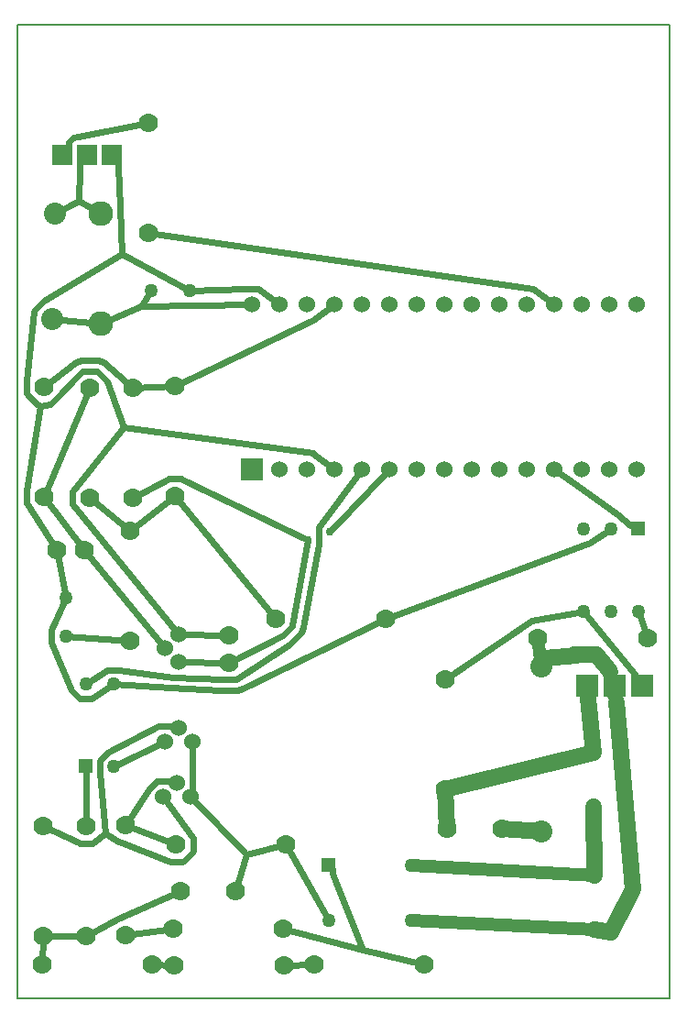
<source format=gbr>
%FSLAX44Y44*%
%OFA0.0000B0.0000*%
%SFA1B1*%
%MOMM*%
%AMFRECTNOHOLE10*
21,1,2.0320,2.0320,0.0000,0.0000,0*
%
%AMFRECTNOHOLE11*
21,1,1.2700,1.2700,0.0000,0.0000,0*
%
%AMFRECTNOHOLE12*
21,1,1.9050,1.9050,0.0000,0.0000,0*
%
%ADD10FRECTNOHOLE10*%
%ADD11FRECTNOHOLE11*%
%ADD12FRECTNOHOLE12*%
%ADD13C,0.0000X0.0000*%
%ADD14C,0.2032X0.0000*%
%ADD15C,0.6000X0.0000*%
%ADD16C,0.7620X0.0000*%
%ADD17C,1.5240X0.0000*%
%ADD18C,1.2700X0.0000*%
%ADD19C,1.7780X0.0000*%
%ADD20C,2.0320X0.0000*%
%ADD21C,2.2860X0.0000*%
%ADD22C,1.5000X0.0000*%
%ADD23C,1.2000X0.0000*%
%LNBOT*%
%LPD*%
G54D10*
X576711Y388862D3*
X551311Y388862D3*
X525911Y388862D3*
X215721Y589093D3*
G54D11*
X62119Y314060D3*
X286874Y222561D3*
X573221Y533719D3*
G54D12*
X40167Y878729D3*
X63027Y878729D3*
X85887Y878729D3*
G54D14*
X-1000Y999000D2*
X-1000Y100000D1*
X602000Y999000D2*
X-1000Y999000D1*
X602000Y100000D2*
X602000Y999000D1*
X-1000Y100000D2*
X602000Y100000D1*
G54D15*
X272776Y727085D2*
X291921Y741255D1*
X144624Y665961D2*
X272776Y727085D1*
X105376Y664461D2*
X144624Y665961D1*
X78355Y687403D2*
X105376Y664461D1*
X73654Y689350D2*
X78355Y687403D1*
X57994Y689350D2*
X73654Y689350D1*
X53293Y687403D2*
X57994Y689350D1*
X23233Y664775D2*
X53293Y687403D1*
X95064Y787488D2*
X158260Y753466D1*
X93935Y831523D2*
X95064Y787488D1*
X92412Y867961D2*
X93935Y831523D1*
X92412Y869204D2*
X92412Y867961D1*
X92412Y872204D2*
X92412Y869204D1*
X85887Y878729D2*
X92412Y872204D1*
X7533Y569054D2*
X20431Y646859D1*
X7533Y557296D2*
X7533Y569054D1*
X7987Y556201D2*
X7533Y557296D1*
X35438Y513829D2*
X7987Y556201D1*
X50578Y569214D2*
X97252Y627761D1*
X50124Y568119D2*
X50578Y569214D1*
X50124Y556361D2*
X50124Y568119D1*
X50578Y555266D2*
X50124Y556361D1*
X148175Y436417D2*
X50578Y555266D1*
X35438Y513829D2*
X43444Y470567D1*
X67654Y377167D2*
X87519Y390260D1*
X67493Y377100D2*
X67654Y377167D1*
X56745Y377100D2*
X67493Y377100D1*
X56584Y377167D2*
X56745Y377100D1*
X49026Y384725D2*
X56584Y377167D1*
X30351Y429032D2*
X49026Y384725D1*
X30284Y429193D2*
X30351Y429032D1*
X30284Y439941D2*
X30284Y429193D1*
X30351Y440102D2*
X30284Y439941D1*
X43444Y470567D2*
X30351Y440102D1*
X194392Y435695D2*
X148175Y436417D1*
X23235Y744246D2*
X95064Y787488D1*
X14605Y735616D2*
X23235Y744246D1*
X13958Y734054D2*
X14605Y735616D1*
X7533Y670654D2*
X13958Y734054D1*
X7533Y658896D2*
X7533Y670654D1*
X7987Y657801D2*
X7533Y658896D1*
X16259Y649529D2*
X7987Y657801D1*
X20431Y646859D2*
X16259Y649529D1*
X210095Y755685D2*
X158260Y753466D1*
X221347Y755685D2*
X210095Y755685D1*
X221976Y755425D2*
X221347Y755685D1*
X241121Y741255D2*
X221976Y755425D1*
X140598Y386777D2*
X87519Y390260D1*
X186562Y384785D2*
X140598Y386777D1*
X202222Y384785D2*
X186562Y384785D1*
X206923Y386732D2*
X202222Y384785D1*
X339256Y450895D2*
X206923Y386732D1*
X527795Y520559D2*
X339256Y450895D1*
X527956Y520626D2*
X527795Y520559D1*
X547821Y533719D2*
X527956Y520626D1*
X272147Y603523D2*
X97252Y627761D1*
X272776Y603263D2*
X272147Y603523D1*
X291921Y589093D2*
X272776Y603263D1*
X81524Y669719D2*
X97252Y627761D1*
X81070Y670814D2*
X81524Y669719D1*
X72798Y679086D2*
X81070Y670814D1*
X71703Y679540D2*
X72798Y679086D1*
X59945Y679540D2*
X71703Y679540D1*
X58850Y679086D2*
X59945Y679540D1*
X50578Y670814D2*
X58850Y679086D1*
X38479Y657801D2*
X50578Y670814D1*
X30207Y649529D2*
X38479Y657801D1*
X29112Y649075D2*
X30207Y649529D1*
X20431Y646859D2*
X29112Y649075D1*
X103309Y430223D2*
X43444Y434567D1*
X144624Y564361D2*
X237656Y450895D1*
X65824Y562240D2*
X103309Y531823D1*
X144624Y564361D2*
X103309Y531823D1*
X151598Y579607D2*
X267057Y523106D1*
X150503Y580061D2*
X151598Y579607D1*
X138745Y580061D2*
X150503Y580061D1*
X137650Y579607D2*
X138745Y580061D1*
X105376Y562861D2*
X137650Y579607D1*
X148175Y411017D2*
X194392Y410295D1*
X253356Y445016D2*
X267057Y523106D1*
X252902Y443921D2*
X253356Y445016D1*
X244630Y435649D2*
X252902Y443921D1*
X194392Y410295D2*
X244630Y435649D1*
X342721Y589093D2*
X287357Y531319D1*
X23233Y563175D2*
X65824Y663840D1*
X135475Y423717D2*
X60838Y513829D1*
X60838Y513829D2*
X23233Y563175D1*
X475976Y755425D2*
X495121Y741255D1*
X475347Y755685D2*
X475976Y755425D1*
X120351Y807439D2*
X475347Y755685D1*
X75695Y723539D2*
X113112Y739140D1*
X113112Y739140D2*
X215721Y741255D1*
X30928Y727923D2*
X75695Y723539D1*
X113112Y739140D2*
X122260Y753466D1*
X33795Y824739D2*
X55939Y837013D1*
X56502Y866383D2*
X55939Y837013D1*
X56502Y869204D2*
X56502Y866383D1*
X56502Y872204D2*
X56502Y869204D1*
X63027Y878729D2*
X56502Y872204D1*
X75695Y825139D2*
X55939Y837013D1*
X46692Y885254D2*
X40167Y878729D1*
X46692Y888254D2*
X46692Y885254D1*
X46692Y891075D2*
X46692Y888254D1*
X50681Y895064D2*
X46692Y891075D1*
X120351Y909039D2*
X50681Y895064D1*
X568281Y401843D2*
X522421Y457519D1*
X569551Y400265D2*
X568281Y401843D1*
X569551Y399022D2*
X569551Y400265D1*
X569551Y396022D2*
X569551Y399022D1*
X576711Y388862D2*
X569551Y396022D1*
X473899Y448829D2*
X522421Y457519D1*
X472804Y448375D2*
X473899Y448829D1*
X394398Y394633D2*
X472804Y448375D1*
X581378Y433129D2*
X573221Y457519D1*
X514266Y574923D2*
X495121Y589093D1*
X553356Y546812D2*
X514266Y574923D1*
X565628Y537069D2*
X553356Y546812D1*
X566871Y537069D2*
X565628Y537069D1*
X569871Y537069D2*
X566871Y537069D1*
X573221Y533719D2*
X569871Y537069D1*
X277207Y535523D2*
X317321Y589093D1*
X277207Y518902D2*
X277207Y535523D1*
X263166Y443065D2*
X277207Y518902D1*
X261219Y438364D2*
X263166Y443065D1*
X250187Y427332D2*
X261219Y438364D1*
X201366Y395049D2*
X250187Y427332D1*
X200271Y394595D2*
X201366Y395049D1*
X188513Y394595D2*
X200271Y394595D1*
X142549Y396587D2*
X188513Y394595D1*
X92893Y403420D2*
X142549Y396587D1*
X82145Y403420D2*
X92893Y403420D1*
X81984Y403353D2*
X82145Y403420D1*
X62119Y390260D2*
X81984Y403353D1*
X135271Y337430D2*
X87519Y314060D1*
X55402Y243951D2*
X22906Y259325D1*
X56497Y243497D2*
X55402Y243951D1*
X68255Y243497D2*
X56497Y243497D1*
X69350Y243951D2*
X68255Y243497D1*
X79798Y252151D2*
X69350Y243951D1*
X140897Y351860D2*
X147971Y350130D1*
X129645Y351860D2*
X140897Y351860D1*
X129016Y351600D2*
X129645Y351860D1*
X82258Y326760D2*
X129016Y351600D1*
X74819Y319321D2*
X82258Y326760D1*
X74819Y308799D2*
X74819Y319321D1*
X79798Y252151D2*
X74819Y308799D1*
X91901Y245236D2*
X79798Y252151D1*
X92996Y244782D2*
X91901Y245236D1*
X139938Y226455D2*
X92996Y244782D1*
X151696Y226455D2*
X139938Y226455D1*
X152791Y226909D2*
X151696Y226455D1*
X161063Y235181D2*
X152791Y226909D1*
X161517Y236276D2*
X161063Y235181D1*
X161517Y248034D2*
X161517Y236276D1*
X161063Y249129D2*
X161517Y248034D1*
X133896Y286484D2*
X161063Y249129D1*
X62376Y310710D2*
X62119Y314060D1*
X62376Y307710D2*
X62376Y310710D1*
X62376Y259197D2*
X62376Y307710D1*
X91901Y174128D2*
X62376Y157597D1*
X149672Y199481D2*
X91901Y174128D1*
X22906Y157725D2*
X21639Y131494D1*
X62376Y157597D2*
X22906Y157725D1*
X143568Y130993D2*
X123239Y131494D1*
X145817Y242155D2*
X98875Y260482D1*
X119726Y292739D2*
X98875Y260482D1*
X127641Y300654D2*
X119726Y292739D1*
X128270Y300914D2*
X127641Y300654D1*
X139522Y300914D2*
X128270Y300914D1*
X146596Y299184D2*
X139522Y300914D1*
X98875Y158882D2*
X143191Y164916D1*
X245168Y130993D2*
X272982Y131858D1*
X290224Y219211D2*
X286874Y222561D1*
X290224Y216211D2*
X290224Y219211D1*
X290224Y214968D2*
X290224Y216211D1*
X318535Y144789D2*
X290224Y214968D1*
X244791Y164916D2*
X318535Y144789D1*
X374582Y131858D2*
X318535Y144789D1*
X159296Y286484D2*
X210305Y233108D1*
X247417Y242155D2*
X286874Y171761D1*
X210305Y233108D2*
X247417Y242155D1*
X161026Y293558D2*
X159296Y286484D1*
X161026Y304810D2*
X161026Y293558D1*
X160671Y337430D2*
X161026Y304810D1*
X200472Y199481D2*
X210305Y233108D1*
G54D16*
X267057Y523106D3*
X287357Y531319D3*
G54D17*
X148175Y436417D3*
X135475Y423717D3*
X148175Y411017D3*
X160671Y337430D3*
X147971Y350130D3*
X135271Y337430D3*
X159296Y286484D3*
X146596Y299184D3*
X133896Y286484D3*
X215721Y741255D3*
X241121Y741255D3*
X266521Y741255D3*
X291921Y741255D3*
X317321Y741255D3*
X342721Y741255D3*
X368121Y741255D3*
X393521Y741255D3*
X418921Y741255D3*
X444321Y741255D3*
X469721Y741255D3*
X495121Y741255D3*
X520521Y741255D3*
X545921Y741255D3*
X571321Y741255D3*
X571321Y589093D3*
X545921Y589093D3*
X520521Y589093D3*
X495121Y589093D3*
X469721Y589093D3*
X444321Y589093D3*
X418921Y589093D3*
X393521Y589093D3*
X368121Y589093D3*
X342721Y589093D3*
X317321Y589093D3*
X291921Y589093D3*
X266521Y589093D3*
X241121Y589093D3*
G54D18*
X43444Y434567D3*
X43444Y470567D3*
X62119Y390260D3*
X87519Y390260D3*
X87519Y314060D3*
X363074Y171761D3*
X363074Y222561D3*
X286874Y171761D3*
X531730Y326790D3*
X531730Y276790D3*
X532436Y213351D3*
X532436Y163351D3*
X573221Y457519D3*
X547821Y457519D3*
X522421Y457519D3*
X522421Y533719D3*
X547821Y533719D3*
X158260Y753466D3*
X122260Y753466D3*
G54D19*
X35438Y513829D3*
X60838Y513829D3*
X23233Y664775D3*
X23233Y563175D3*
X65824Y562240D3*
X65824Y663840D3*
X22906Y259325D3*
X22906Y157725D3*
X145817Y242155D3*
X247417Y242155D3*
X98875Y158882D3*
X98875Y260482D3*
X143191Y164916D3*
X244791Y164916D3*
X143568Y130993D3*
X245168Y130993D3*
X374582Y131858D3*
X272982Y131858D3*
X103309Y531823D3*
X103309Y430223D3*
X144624Y665961D3*
X144624Y564361D3*
X237656Y450895D3*
X339256Y450895D3*
X200472Y199481D3*
X149672Y199481D3*
X62376Y259197D3*
X62376Y157597D3*
X21639Y131494D3*
X123239Y131494D3*
X120351Y807439D3*
X120351Y909039D3*
X395744Y256749D3*
X446544Y256749D3*
X394398Y293033D3*
X394398Y394633D3*
X479778Y433129D3*
X581378Y433129D3*
X194392Y410295D3*
X194392Y435695D3*
X105376Y664461D3*
X105376Y562861D3*
G54D20*
X33795Y824739D3*
X482831Y254214D3*
X482831Y406614D3*
X30928Y727923D3*
G54D21*
X75695Y723539D3*
X75695Y825139D3*
G54D22*
X446544Y256749D2*
X482831Y254214D1*
X526405Y377438D2*
X531730Y326790D1*
X394398Y293033D2*
X531730Y326790D1*
X395744Y256749D2*
X394398Y293033D1*
X545881Y403085D2*
X547151Y401507D1*
X534433Y417792D2*
X545881Y403085D1*
X514113Y417792D2*
X534433Y417792D1*
X547405Y161480D2*
X532436Y163351D1*
X567506Y200788D2*
X547405Y161480D1*
X552537Y373980D2*
X567506Y200788D1*
X486496Y414352D2*
X482831Y406614D1*
X515353Y416570D2*
X486496Y414352D1*
X531730Y276790D2*
X532436Y213351D1*
G54D23*
X526405Y379923D2*
X526405Y377438D1*
X530071Y384702D2*
X526405Y379923D1*
X525911Y388862D2*
X530071Y384702D1*
X515353Y416570D2*
X514113Y417792D1*
X547151Y393022D2*
X551311Y388862D1*
X547151Y399022D2*
X547151Y393022D1*
X547151Y401507D2*
X547151Y399022D1*
X363074Y171761D2*
X532436Y163351D1*
X548596Y384702D2*
X552537Y373980D1*
X551311Y388862D2*
X548596Y384702D1*
X479778Y433129D2*
X482831Y406614D1*
X363074Y222561D2*
X532436Y213351D1*
M02*

</source>
